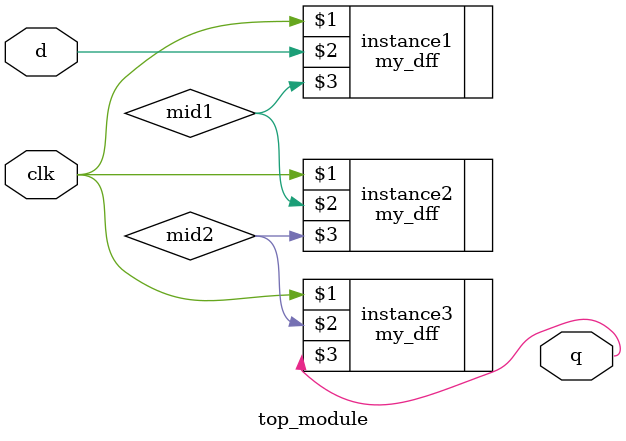
<source format=v>
module top_module ( input clk, input d, output q );

    wire mid1;
    wire mid2;
    
    my_dff instance1(clk, d, mid1);
    my_dff instance2(clk, mid1, mid2);
    my_dff instance3(clk, mid2, q);

endmodule

</source>
